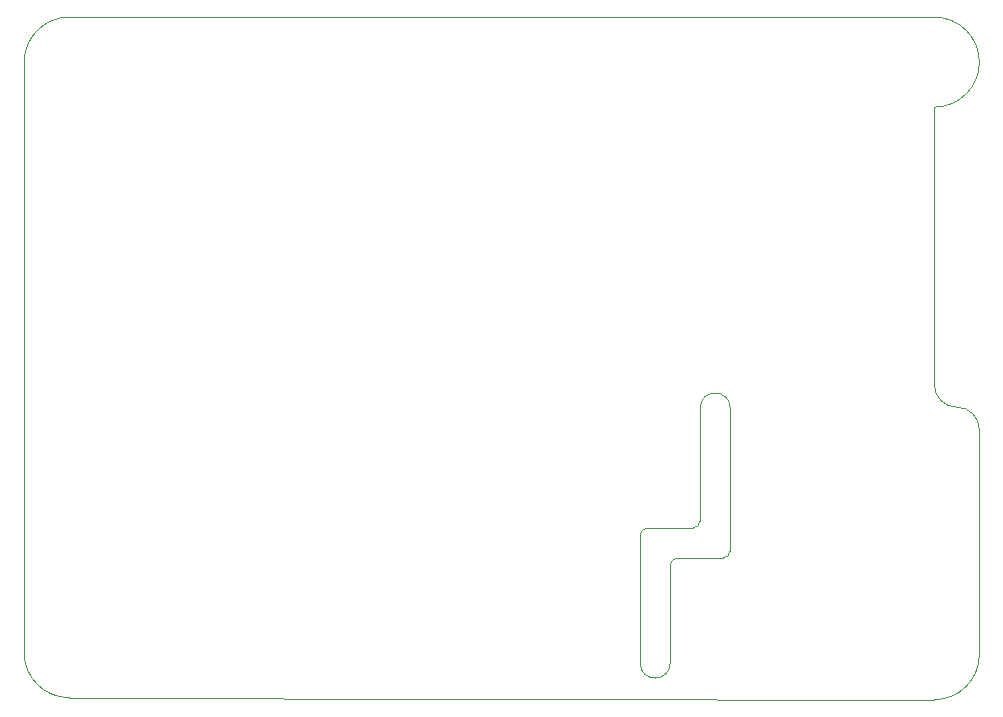
<source format=gm1>
G04 #@! TF.GenerationSoftware,KiCad,Pcbnew,(5.1.2)-2*
G04 #@! TF.CreationDate,2019-08-12T14:05:45+10:00*
G04 #@! TF.ProjectId,TSAL-HVM,5453414c-2d48-4564-9d2e-6b696361645f,rev?*
G04 #@! TF.SameCoordinates,Original*
G04 #@! TF.FileFunction,Profile,NP*
%FSLAX46Y46*%
G04 Gerber Fmt 4.6, Leading zero omitted, Abs format (unit mm)*
G04 Created by KiCad (PCBNEW (5.1.2)-2) date 2019-08-12 14:05:45*
%MOMM*%
%LPD*%
G04 APERTURE LIST*
%ADD10C,0.050000*%
G04 APERTURE END LIST*
D10*
X105410000Y-83185000D02*
G75*
G02X104775000Y-83820000I-635000J0D01*
G01*
X100330000Y-84455000D02*
G75*
G02X100965000Y-83820000I635000J0D01*
G01*
X107950000Y-85725000D02*
G75*
G02X107315000Y-86360000I-635000J0D01*
G01*
X102870000Y-86995000D02*
G75*
G02X103505000Y-86360000I635000J0D01*
G01*
X102870000Y-95250000D02*
G75*
G02X100330000Y-95250000I-1270000J0D01*
G01*
X105410000Y-73660000D02*
G75*
G02X107950000Y-73660000I1270000J0D01*
G01*
X103505000Y-86360000D02*
X107315000Y-86360000D01*
X105410000Y-83185000D02*
X105410000Y-78740000D01*
X100965000Y-83820000D02*
X104775000Y-83820000D01*
X125240000Y-98345000D02*
X51990000Y-98180000D01*
X129050000Y-94535000D02*
X129050000Y-75485000D01*
X125240000Y-62150000D02*
X125240000Y-71675000D01*
X127145000Y-73580000D02*
G75*
G02X129050000Y-75485000I0J-1905000D01*
G01*
X127145000Y-73580000D02*
G75*
G02X125240000Y-71675000I0J1905000D01*
G01*
X125240000Y-48180000D02*
X125240000Y-62150000D01*
X129050000Y-44370000D02*
G75*
G02X125240000Y-48180000I-3810000J0D01*
G01*
X51990000Y-40560000D02*
X125240000Y-40560000D01*
X48180000Y-44840000D02*
X48180000Y-44370000D01*
X48180000Y-44370000D02*
G75*
G02X51990000Y-40560000I3810000J0D01*
G01*
X48180000Y-94370000D02*
X48180000Y-44840000D01*
X51990000Y-98180000D02*
G75*
G02X48180000Y-94370000I0J3810000D01*
G01*
X129050000Y-94535000D02*
G75*
G02X125240000Y-98345000I-3810000J0D01*
G01*
X125240000Y-40560000D02*
G75*
G02X129050000Y-44370000I0J-3810000D01*
G01*
X105410000Y-78740000D02*
X105410000Y-73660000D01*
X107950000Y-85725000D02*
X107950000Y-73660000D01*
X102870000Y-95250000D02*
X102870000Y-86995000D01*
X100330000Y-95250000D02*
X100330000Y-84455000D01*
M02*

</source>
